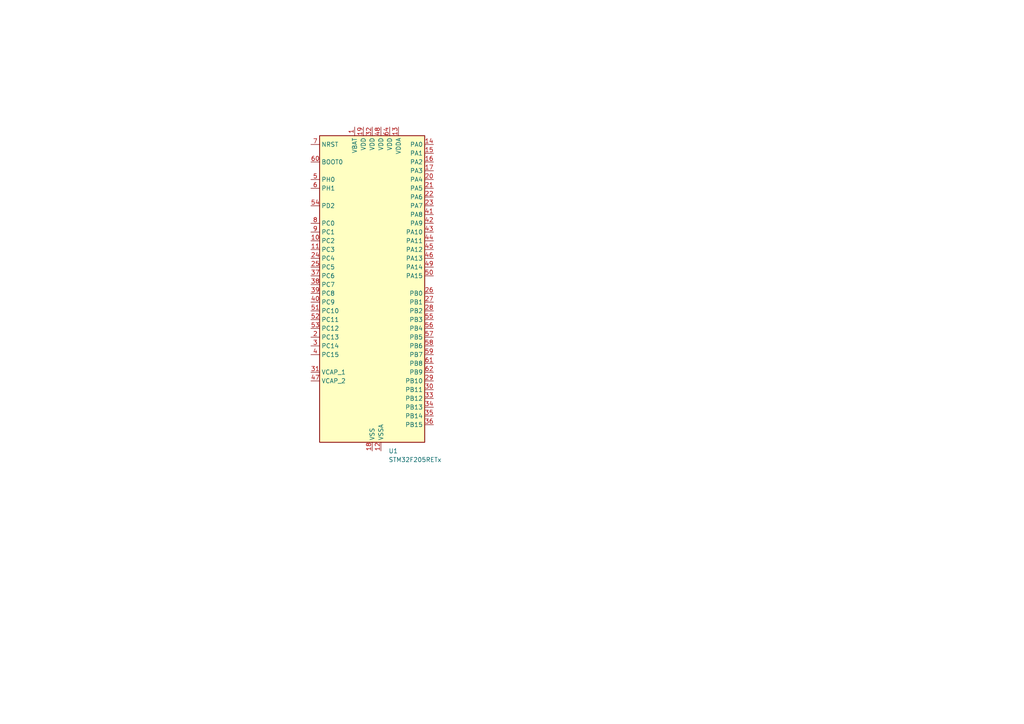
<source format=kicad_sch>
(kicad_sch (version 20230121) (generator eeschema)
  (paper "A4")
  (lib_symbols
    (symbol "MCU_ST_STM32F2:STM32F205RETx"
      (property "Reference" "U" (at -15.24 46.99 0))
      (property "Value" "STM32F205RETx" (at 10.16 46.99 0))
      (symbol "STM32F205RETx_0_1"
        (rectangle (start -15.24 -43.18) (end 15.24 45.72) (stroke (width 0.254)) (fill (type background)))
      )
      (symbol "STM32F205RETx_1_1"
        (pin power_in line (at -5.08 48.26 270) (length 2.54) (name "VBAT") (number "1"))
        (pin bidirectional line (at -17.78 15.24 0) (length 2.54) (name "PC2") (number "10"))
        (pin bidirectional line (at -17.78 12.7 0) (length 2.54) (name "PC3") (number "11"))
        (pin power_in line (at 2.54 -45.72 90) (length 2.54) (name "VSSA") (number "12"))
        (pin power_in line (at 7.62 48.26 270) (length 2.54) (name "VDDA") (number "13"))
        (pin bidirectional line (at 17.78 43.18 180) (length 2.54) (name "PA0") (number "14"))
        (pin bidirectional line (at 17.78 40.64 180) (length 2.54) (name "PA1") (number "15"))
        (pin bidirectional line (at 17.78 38.1 180) (length 2.54) (name "PA2") (number "16"))
        (pin bidirectional line (at 17.78 35.56 180) (length 2.54) (name "PA3") (number "17"))
        (pin power_in line (at 0 -45.72 90) (length 2.54) (name "VSS") (number "18"))
        (pin power_in line (at -2.54 48.26 270) (length 2.54) (name "VDD") (number "19"))
        (pin bidirectional line (at -17.78 -12.7 0) (length 2.54) (name "PC13") (number "2"))
        (pin bidirectional line (at 17.78 33.02 180) (length 2.54) (name "PA4") (number "20"))
        (pin bidirectional line (at 17.78 30.48 180) (length 2.54) (name "PA5") (number "21"))
        (pin bidirectional line (at 17.78 27.94 180) (length 2.54) (name "PA6") (number "22"))
        (pin bidirectional line (at 17.78 25.4 180) (length 2.54) (name "PA7") (number "23"))
        (pin bidirectional line (at -17.78 10.16 0) (length 2.54) (name "PC4") (number "24"))
        (pin bidirectional line (at -17.78 7.62 0) (length 2.54) (name "PC5") (number "25"))
        (pin bidirectional line (at 17.78 0 180) (length 2.54) (name "PB0") (number "26"))
        (pin bidirectional line (at 17.78 -2.54 180) (length 2.54) (name "PB1") (number "27"))
        (pin bidirectional line (at 17.78 -5.08 180) (length 2.54) (name "PB2") (number "28"))
        (pin bidirectional line (at 17.78 -25.4 180) (length 2.54) (name "PB10") (number "29"))
        (pin bidirectional line (at -17.78 -15.24 0) (length 2.54) (name "PC14") (number "3"))
        (pin bidirectional line (at 17.78 -27.94 180) (length 2.54) (name "PB11") (number "30"))
        (pin power_out line (at -17.78 -22.86 0) (length 2.54) (name "VCAP_1") (number "31"))
        (pin power_in line (at 0 48.26 270) (length 2.54) (name "VDD") (number "32"))
        (pin bidirectional line (at 17.78 -30.48 180) (length 2.54) (name "PB12") (number "33"))
        (pin bidirectional line (at 17.78 -33.02 180) (length 2.54) (name "PB13") (number "34"))
        (pin bidirectional line (at 17.78 -35.56 180) (length 2.54) (name "PB14") (number "35"))
        (pin bidirectional line (at 17.78 -38.1 180) (length 2.54) (name "PB15") (number "36"))
        (pin bidirectional line (at -17.78 5.08 0) (length 2.54) (name "PC6") (number "37"))
        (pin bidirectional line (at -17.78 2.54 0) (length 2.54) (name "PC7") (number "38"))
        (pin bidirectional line (at -17.78 0 0) (length 2.54) (name "PC8") (number "39"))
        (pin bidirectional line (at -17.78 -17.78 0) (length 2.54) (name "PC15") (number "4"))
        (pin bidirectional line (at -17.78 -2.54 0) (length 2.54) (name "PC9") (number "40"))
        (pin bidirectional line (at 17.78 22.86 180) (length 2.54) (name "PA8") (number "41"))
        (pin bidirectional line (at 17.78 20.32 180) (length 2.54) (name "PA9") (number "42"))
        (pin bidirectional line (at 17.78 17.78 180) (length 2.54) (name "PA10") (number "43"))
        (pin bidirectional line (at 17.78 15.24 180) (length 2.54) (name "PA11") (number "44"))
        (pin bidirectional line (at 17.78 12.7 180) (length 2.54) (name "PA12") (number "45"))
        (pin bidirectional line (at 17.78 10.16 180) (length 2.54) (name "PA13") (number "46"))
        (pin power_out line (at -17.78 -25.4 0) (length 2.54) (name "VCAP_2") (number "47"))
        (pin power_in line (at 2.54 48.26 270) (length 2.54) (name "VDD") (number "48"))
        (pin bidirectional line (at 17.78 7.62 180) (length 2.54) (name "PA14") (number "49"))
        (pin bidirectional line (at -17.78 33.02 0) (length 2.54) (name "PH0") (number "5"))
        (pin bidirectional line (at 17.78 5.08 180) (length 2.54) (name "PA15") (number "50"))
        (pin bidirectional line (at -17.78 -5.08 0) (length 2.54) (name "PC10") (number "51"))
        (pin bidirectional line (at -17.78 -7.62 0) (length 2.54) (name "PC11") (number "52"))
        (pin bidirectional line (at -17.78 -10.16 0) (length 2.54) (name "PC12") (number "53"))
        (pin bidirectional line (at -17.78 25.4 0) (length 2.54) (name "PD2") (number "54"))
        (pin bidirectional line (at 17.78 -7.62 180) (length 2.54) (name "PB3") (number "55"))
        (pin bidirectional line (at 17.78 -10.16 180) (length 2.54) (name "PB4") (number "56"))
        (pin bidirectional line (at 17.78 -12.7 180) (length 2.54) (name "PB5") (number "57"))
        (pin bidirectional line (at 17.78 -15.24 180) (length 2.54) (name "PB6") (number "58"))
        (pin bidirectional line (at 17.78 -17.78 180) (length 2.54) (name "PB7") (number "59"))
        (pin bidirectional line (at -17.78 30.48 0) (length 2.54) (name "PH1") (number "6"))
        (pin input line (at -17.78 38.1 0) (length 2.54) (name "BOOT0") (number "60"))
        (pin bidirectional line (at 17.78 -20.32 180) (length 2.54) (name "PB8") (number "61"))
        (pin bidirectional line (at 17.78 -22.86 180) (length 2.54) (name "PB9") (number "62"))
        (pin passive line (at 0 -45.72 90) (length 2.54) hide (name "VSS") (number "63"))
        (pin power_in line (at 5.08 48.26 270) (length 2.54) (name "VDD") (number "64"))
        (pin input line (at -17.78 43.18 0) (length 2.54) (name "NRST") (number "7"))
        (pin bidirectional line (at -17.78 20.32 0) (length 2.54) (name "PC0") (number "8"))
        (pin bidirectional line (at -17.78 17.78 0) (length 2.54) (name "PC1") (number "9"))
      )
    )
  )
  (symbol (lib_id "MCU_ST_STM32F2:STM32F205RETx") (at 107.95 85.09 0) (unit 1)
    (property "Reference" "U1" (at 112.6841 130.81 0) (effects (justify left)))
    (property "Value" "STM32F205RETx" (at 112.6841 133.35 0) (effects (justify left)))
    (property "Footprint" "Package_QFP:LQFP-64_10x10mm_P0.5mm" (effects hide))
    (property "Datasheet" "https://www.st.com/resource/en/datasheet/stm32f205re.pdf" (effects hide))
  )
)
</source>
